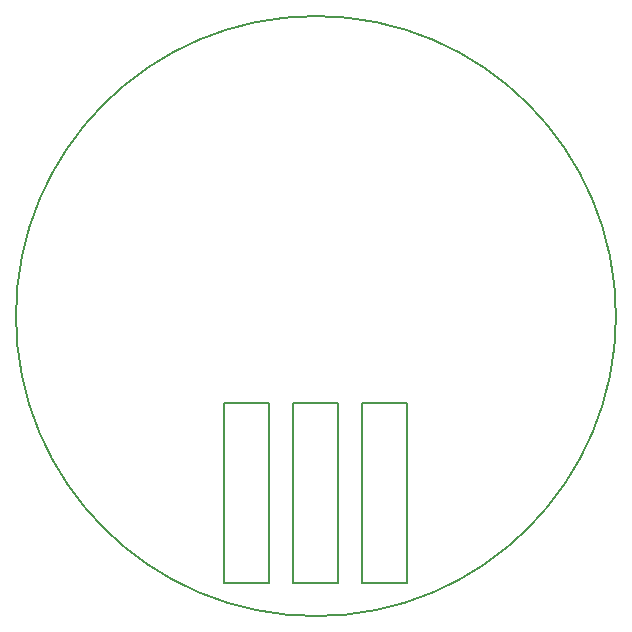
<source format=gbr>
G04 #@! TF.FileFunction,Profile,NP*
%FSLAX46Y46*%
G04 Gerber Fmt 4.6, Leading zero omitted, Abs format (unit mm)*
G04 Created by KiCad (PCBNEW 4.0.2-stable) date 7/28/2016 11:05:09 PM*
%MOMM*%
G01*
G04 APERTURE LIST*
%ADD10C,0.100000*%
%ADD11C,0.150000*%
G04 APERTURE END LIST*
D10*
D11*
X144653000Y-115316000D02*
X144653000Y-100076000D01*
X140843000Y-115316000D02*
X144653000Y-115316000D01*
X140843000Y-100076000D02*
X140843000Y-115316000D01*
X144653000Y-100076000D02*
X140843000Y-100076000D01*
X156337000Y-100076000D02*
X152527000Y-100076000D01*
X156337000Y-115316000D02*
X156337000Y-100076000D01*
X152527000Y-115316000D02*
X156337000Y-115316000D01*
X152527000Y-100076000D02*
X152527000Y-115316000D01*
X150495000Y-100076000D02*
X146685000Y-100076000D01*
X150495000Y-115316000D02*
X150495000Y-100076000D01*
X146685000Y-115316000D02*
X150495000Y-115316000D01*
X146685000Y-100076000D02*
X146685000Y-115316000D01*
X173990000Y-92710000D02*
G75*
G03X173990000Y-92710000I-25400000J0D01*
G01*
M02*

</source>
